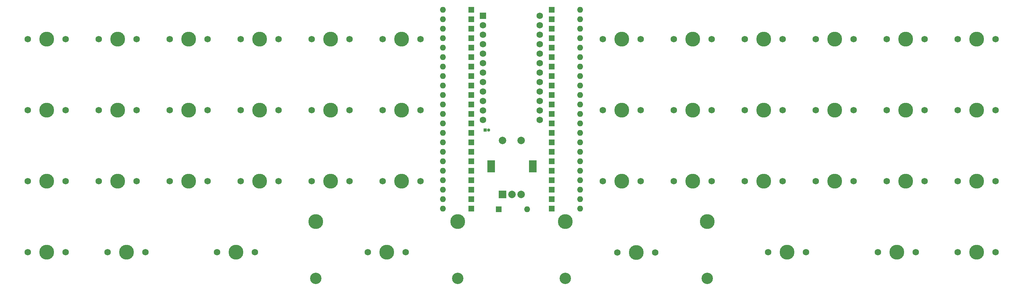
<source format=gbr>
%TF.GenerationSoftware,KiCad,Pcbnew,(6.0.7)*%
%TF.CreationDate,2022-11-26T03:04:16+01:00*%
%TF.ProjectId,skoosk pcb no leds rgb,736b6f6f-736b-4207-9063-62206e6f206c,rev?*%
%TF.SameCoordinates,Original*%
%TF.FileFunction,Soldermask,Top*%
%TF.FilePolarity,Negative*%
%FSLAX46Y46*%
G04 Gerber Fmt 4.6, Leading zero omitted, Abs format (unit mm)*
G04 Created by KiCad (PCBNEW (6.0.7)) date 2022-11-26 03:04:16*
%MOMM*%
%LPD*%
G01*
G04 APERTURE LIST*
%ADD10C,2.000000*%
%ADD11R,2.000000X3.200000*%
%ADD12R,2.000000X2.000000*%
%ADD13O,0.850000X0.850000*%
%ADD14R,0.850000X0.850000*%
%ADD15O,1.600000X1.600000*%
%ADD16R,1.600000X1.600000*%
%ADD17C,3.987800*%
%ADD18C,1.750000*%
%ADD19C,1.752600*%
%ADD20R,1.752600X1.752600*%
%ADD21C,3.048000*%
G04 APERTURE END LIST*
D10*
%TO.C,SW2*%
X136692000Y-48562500D03*
X141692000Y-48562500D03*
D11*
X144792000Y-55562500D03*
X133592000Y-55562500D03*
D10*
X139192000Y-63062500D03*
X141692000Y-63062500D03*
D12*
X136692000Y-63062500D03*
%TD*%
D13*
%TO.C,SW1*%
X132971257Y-45811315D03*
D14*
X131971257Y-45811315D03*
%TD*%
D15*
%TO.C,D28*%
X120650000Y-51689000D03*
D16*
X128270000Y-51689000D03*
%TD*%
D17*
%TO.C,MX30*%
X109537500Y-59563000D03*
D18*
X104457500Y-59563000D03*
X114617500Y-59563000D03*
%TD*%
D19*
%TO.C,U1*%
X146685000Y-15194700D03*
X146685000Y-17734700D03*
X146685000Y-20274700D03*
X146685000Y-22814700D03*
X146685000Y-25354700D03*
X146685000Y-27894700D03*
X146685000Y-30434700D03*
X146685000Y-32974700D03*
X146685000Y-35514700D03*
X146685000Y-38054700D03*
X146685000Y-40594700D03*
X146685000Y-43134700D03*
X131445000Y-43134700D03*
X131445000Y-40594700D03*
X131445000Y-38054700D03*
X131445000Y-35514700D03*
X131445000Y-32974700D03*
X131445000Y-30434700D03*
X131445000Y-27894700D03*
X131445000Y-25354700D03*
X131445000Y-22814700D03*
X131445000Y-20274700D03*
X131445000Y-17734700D03*
D20*
X131445000Y-15194700D03*
%TD*%
D18*
%TO.C,MX16*%
X66357500Y-40513000D03*
D17*
X71437500Y-40513000D03*
D18*
X76517500Y-40513000D03*
%TD*%
D15*
%TO.C,D3*%
X120650000Y-18669000D03*
D16*
X128270000Y-18669000D03*
%TD*%
D18*
%TO.C,MX14*%
X38417500Y-40513000D03*
X28257500Y-40513000D03*
D17*
X33337500Y-40513000D03*
%TD*%
D18*
%TO.C,MX44*%
X258826000Y-78613000D03*
X268986000Y-78613000D03*
D17*
X263906000Y-78613000D03*
%TD*%
%TO.C,MX28*%
X71437500Y-59563000D03*
D18*
X66357500Y-59563000D03*
X76517500Y-59563000D03*
%TD*%
D15*
%TO.C,D14*%
X120650000Y-31369000D03*
D16*
X128270000Y-31369000D03*
%TD*%
D15*
%TO.C,D43*%
X157480000Y-61849000D03*
D16*
X149860000Y-61849000D03*
%TD*%
D18*
%TO.C,MX41*%
X177631100Y-78619000D03*
X167471100Y-78619000D03*
D17*
X153501100Y-70364000D03*
X191601100Y-70364000D03*
X172551100Y-78619000D03*
D21*
X191601100Y-85604000D03*
X153501100Y-85604000D03*
%TD*%
D15*
%TO.C,D2*%
X120650000Y-16129000D03*
D16*
X128270000Y-16129000D03*
%TD*%
D15*
%TO.C,D23*%
X157480000Y-31369000D03*
D16*
X149860000Y-31369000D03*
%TD*%
D18*
%TO.C,MX35*%
X249936000Y-59563000D03*
D17*
X244856000Y-59563000D03*
D18*
X239776000Y-59563000D03*
%TD*%
D17*
%TO.C,MX24*%
X263906000Y-40513000D03*
D18*
X268986000Y-40513000D03*
X258826000Y-40513000D03*
%TD*%
%TO.C,MX43*%
X247548400Y-78613000D03*
X237388400Y-78613000D03*
D17*
X242468400Y-78613000D03*
%TD*%
D15*
%TO.C,D6*%
X120650000Y-26289000D03*
D16*
X128270000Y-26289000D03*
%TD*%
D18*
%TO.C,MX26*%
X38417500Y-59563000D03*
X28257500Y-59563000D03*
D17*
X33337500Y-59563000D03*
%TD*%
D15*
%TO.C,D34*%
X157480000Y-49149000D03*
D16*
X149860000Y-49149000D03*
%TD*%
D18*
%TO.C,MX7*%
X163576000Y-21463000D03*
D17*
X168656000Y-21463000D03*
D18*
X173736000Y-21463000D03*
%TD*%
%TO.C,MX5*%
X85407500Y-21463000D03*
X95567500Y-21463000D03*
D17*
X90487500Y-21463000D03*
%TD*%
D15*
%TO.C,D5*%
X120650000Y-23749000D03*
D16*
X128270000Y-23749000D03*
%TD*%
D18*
%TO.C,MX15*%
X47307500Y-40513000D03*
X57467500Y-40513000D03*
D17*
X52387500Y-40513000D03*
%TD*%
D15*
%TO.C,D40*%
X120650000Y-66929000D03*
D16*
X128270000Y-66929000D03*
%TD*%
D15*
%TO.C,D4*%
X120650000Y-21209000D03*
D16*
X128270000Y-21209000D03*
%TD*%
D15*
%TO.C,D24*%
X157480000Y-28829000D03*
D16*
X149860000Y-28829000D03*
%TD*%
D18*
%TO.C,MX18*%
X114617500Y-40513000D03*
D17*
X109537500Y-40513000D03*
D18*
X104457500Y-40513000D03*
%TD*%
D17*
%TO.C,MX21*%
X206756000Y-40513000D03*
D18*
X201676000Y-40513000D03*
X211836000Y-40513000D03*
%TD*%
D15*
%TO.C,D39*%
X120650000Y-64389000D03*
D16*
X128270000Y-64389000D03*
%TD*%
D18*
%TO.C,MX11*%
X239776000Y-21463000D03*
X249936000Y-21463000D03*
D17*
X244856000Y-21463000D03*
%TD*%
D15*
%TO.C,D27*%
X120650000Y-49149000D03*
D16*
X128270000Y-49149000D03*
%TD*%
D15*
%TO.C,D30*%
X120650000Y-56769000D03*
D16*
X128270000Y-56769000D03*
%TD*%
D15*
%TO.C,D22*%
X157480000Y-33909000D03*
D16*
X149860000Y-33909000D03*
%TD*%
D15*
%TO.C,D18*%
X120650000Y-41529000D03*
D16*
X128270000Y-41529000D03*
%TD*%
D18*
%TO.C,MX40*%
X110693200Y-78613000D03*
D17*
X124663200Y-70358000D03*
D18*
X100533200Y-78613000D03*
D21*
X86563200Y-85598000D03*
X124663200Y-85598000D03*
D17*
X86563200Y-70358000D03*
X105613200Y-78613000D03*
%TD*%
D15*
%TO.C,D21*%
X157480000Y-36449000D03*
D16*
X149860000Y-36449000D03*
%TD*%
D15*
%TO.C,D36*%
X157480000Y-44069000D03*
D16*
X149860000Y-44069000D03*
%TD*%
D18*
%TO.C,MX10*%
X230886000Y-21463000D03*
X220726000Y-21463000D03*
D17*
X225806000Y-21463000D03*
%TD*%
D15*
%TO.C,D31*%
X157480000Y-56769000D03*
D16*
X149860000Y-56769000D03*
%TD*%
D15*
%TO.C,D32*%
X157480000Y-54229000D03*
D16*
X149860000Y-54229000D03*
%TD*%
D18*
%TO.C,MX4*%
X66357500Y-21463000D03*
X76517500Y-21463000D03*
D17*
X71437500Y-21463000D03*
%TD*%
D18*
%TO.C,MX32*%
X192786000Y-59563000D03*
D17*
X187706000Y-59563000D03*
D18*
X182626000Y-59563000D03*
%TD*%
%TO.C,MX22*%
X220726000Y-40513000D03*
D17*
X225806000Y-40513000D03*
D18*
X230886000Y-40513000D03*
%TD*%
D15*
%TO.C,D35*%
X157480000Y-46609000D03*
D16*
X149860000Y-46609000D03*
%TD*%
D15*
%TO.C,D12*%
X157480000Y-13589000D03*
D16*
X149860000Y-13589000D03*
%TD*%
D17*
%TO.C,MX27*%
X52387500Y-59563000D03*
D18*
X57467500Y-59563000D03*
X47307500Y-59563000D03*
%TD*%
D17*
%TO.C,MX36*%
X263906000Y-59563000D03*
D18*
X268986000Y-59563000D03*
X258826000Y-59563000D03*
%TD*%
D15*
%TO.C,D9*%
X157480000Y-21209000D03*
D16*
X149860000Y-21209000D03*
%TD*%
D18*
%TO.C,MX20*%
X192786000Y-40513000D03*
X182626000Y-40513000D03*
D17*
X187706000Y-40513000D03*
%TD*%
D15*
%TO.C,D15*%
X120650000Y-33909000D03*
D16*
X128270000Y-33909000D03*
%TD*%
D15*
%TO.C,D51*%
X143256000Y-67056000D03*
D16*
X135636000Y-67056000D03*
%TD*%
D15*
%TO.C,D7*%
X157480000Y-26289000D03*
D16*
X149860000Y-26289000D03*
%TD*%
D17*
%TO.C,MX25*%
X14287500Y-59563000D03*
D18*
X19367500Y-59563000D03*
X9207500Y-59563000D03*
%TD*%
D15*
%TO.C,D33*%
X157480000Y-51689000D03*
D16*
X149860000Y-51689000D03*
%TD*%
D15*
%TO.C,D17*%
X120650000Y-38989000D03*
D16*
X128270000Y-38989000D03*
%TD*%
D15*
%TO.C,D16*%
X120650000Y-36449000D03*
D16*
X128270000Y-36449000D03*
%TD*%
D18*
%TO.C,MX42*%
X207949800Y-78613000D03*
D17*
X213029800Y-78613000D03*
D18*
X218109800Y-78613000D03*
%TD*%
%TO.C,MX33*%
X211836000Y-59563000D03*
D17*
X206756000Y-59563000D03*
D18*
X201676000Y-59563000D03*
%TD*%
%TO.C,MX38*%
X30632400Y-78613000D03*
D17*
X35712400Y-78613000D03*
D18*
X40792400Y-78613000D03*
%TD*%
%TO.C,MX13*%
X19367500Y-40513000D03*
X9207500Y-40513000D03*
D17*
X14287500Y-40513000D03*
%TD*%
D15*
%TO.C,D42*%
X157480000Y-64389000D03*
D16*
X149860000Y-64389000D03*
%TD*%
D18*
%TO.C,MX6*%
X114617500Y-21463000D03*
D17*
X109537500Y-21463000D03*
D18*
X104457500Y-21463000D03*
%TD*%
D17*
%TO.C,MX3*%
X52387500Y-21463000D03*
D18*
X57467500Y-21463000D03*
X47307500Y-21463000D03*
%TD*%
%TO.C,MX2*%
X28257500Y-21463000D03*
D17*
X33337500Y-21463000D03*
D18*
X38417500Y-21463000D03*
%TD*%
D17*
%TO.C,MX17*%
X90487500Y-40513000D03*
D18*
X95567500Y-40513000D03*
X85407500Y-40513000D03*
%TD*%
D15*
%TO.C,D11*%
X157480000Y-16129000D03*
D16*
X149860000Y-16129000D03*
%TD*%
D17*
%TO.C,MX1*%
X14287500Y-21463000D03*
D18*
X9207500Y-21463000D03*
X19367500Y-21463000D03*
%TD*%
D15*
%TO.C,D25*%
X120650000Y-44069000D03*
D16*
X128270000Y-44069000D03*
%TD*%
D18*
%TO.C,MX37*%
X19367500Y-78613000D03*
X9207500Y-78613000D03*
D17*
X14287500Y-78613000D03*
%TD*%
%TO.C,MX39*%
X65125600Y-78613000D03*
D18*
X70205600Y-78613000D03*
X60045600Y-78613000D03*
%TD*%
D15*
%TO.C,D19*%
X157480000Y-41529000D03*
D16*
X149860000Y-41529000D03*
%TD*%
D15*
%TO.C,D8*%
X157480000Y-23749000D03*
D16*
X149860000Y-23749000D03*
%TD*%
D18*
%TO.C,MX23*%
X249936000Y-40513000D03*
X239776000Y-40513000D03*
D17*
X244856000Y-40513000D03*
%TD*%
D15*
%TO.C,D44*%
X157480000Y-59309000D03*
D16*
X149860000Y-59309000D03*
%TD*%
D18*
%TO.C,MX9*%
X211836000Y-21463000D03*
D17*
X206756000Y-21463000D03*
D18*
X201676000Y-21463000D03*
%TD*%
D15*
%TO.C,D20*%
X157480000Y-38989000D03*
D16*
X149860000Y-38989000D03*
%TD*%
D17*
%TO.C,MX34*%
X225806000Y-59563000D03*
D18*
X220726000Y-59563000D03*
X230886000Y-59563000D03*
%TD*%
D15*
%TO.C,D26*%
X120650000Y-46609000D03*
D16*
X128270000Y-46609000D03*
%TD*%
D15*
%TO.C,D1*%
X120650000Y-13589000D03*
D16*
X128270000Y-13589000D03*
%TD*%
D15*
%TO.C,D13*%
X120650000Y-28829000D03*
D16*
X128270000Y-28829000D03*
%TD*%
D18*
%TO.C,MX19*%
X163576000Y-40513000D03*
D17*
X168656000Y-40513000D03*
D18*
X173736000Y-40513000D03*
%TD*%
D15*
%TO.C,D29*%
X120650000Y-54229000D03*
D16*
X128270000Y-54229000D03*
%TD*%
D17*
%TO.C,MX12*%
X263906000Y-21463000D03*
D18*
X258826000Y-21463000D03*
X268986000Y-21463000D03*
%TD*%
D15*
%TO.C,D10*%
X157480000Y-18669000D03*
D16*
X149860000Y-18669000D03*
%TD*%
D15*
%TO.C,D41*%
X157480000Y-66929000D03*
D16*
X149860000Y-66929000D03*
%TD*%
D17*
%TO.C,MX31*%
X168656000Y-59563000D03*
D18*
X173736000Y-59563000D03*
X163576000Y-59563000D03*
%TD*%
D15*
%TO.C,D37*%
X120650000Y-59309000D03*
D16*
X128270000Y-59309000D03*
%TD*%
D17*
%TO.C,MX29*%
X90487500Y-59563000D03*
D18*
X85407500Y-59563000D03*
X95567500Y-59563000D03*
%TD*%
%TO.C,MX8*%
X192786000Y-21463000D03*
X182626000Y-21463000D03*
D17*
X187706000Y-21463000D03*
%TD*%
D15*
%TO.C,D38*%
X120650000Y-61849000D03*
D16*
X128270000Y-61849000D03*
%TD*%
M02*

</source>
